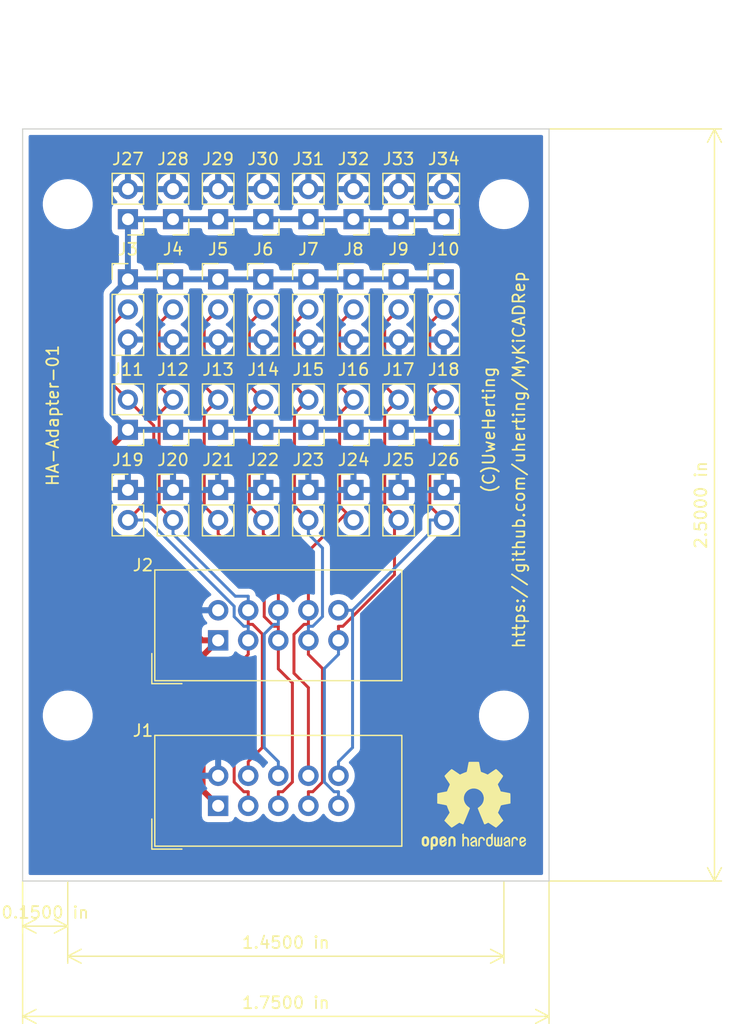
<source format=kicad_pcb>
(kicad_pcb (version 20190905) (host pcbnew "5.99.0-unknown-58d4a8b~100~ubuntu18.04.1")
  (title_block (title "HA-Adapter-01") (date "2019-10-10") (rev "0.99"))
  (layers (0 "F.Cu" signal) (31 "B.Cu" signal) (34 "B.Paste" user) (35 "F.Paste" user) (36 "B.SilkS" user) (37 "F.SilkS" user) (38 "B.Mask" user) (39 "F.Mask" user) (44 "Edge.Cuts" user))
  (net 0 "")
  (net 1 "/GND")
  (net 2 "/S1")
  (net 3 "/5V")
  (net 4 "/S5")
  (net 5 "/S6")
  (net 6 "/S2")
  (net 7 "/S7")
  (net 8 "/S3")
  (net 9 "/S8")
  (net 10 "/S4")
  (module "UH_HA:PCB_Name" (layer "F.Cu") (at 82.55 77.47 90)
    (fp_text reference "T1")
    (fp_text value "HA-Adapter-01" (at 12.639999 0 90 unlocked) (layer "F.SilkS"))
  )
  (module "UH_Symbol:OSHW-Logo2_9.8x8mm_SilkScreen" (layer "F.Cu") (at 118.11 97.79)
    (fp_text reference "LOGO1" hide)
    (fp_text value "Logo_Open_Hardware_Small" hide)
  )
  (module "UH_HA:GithubLink_UH" (layer "F.Cu") (at 121.92 90.17 90)
    (fp_text reference "T3")
    (fp_text value "https://github.com/uherting/MyKiCADRep" (at 21.59 0 90 unlocked) (layer "F.SilkS"))
  )
  (module "UH_HA:Copyright-Uwe_Herting" (layer "F.Cu") (at 119.38 78.74 90)
    (fp_text reference "T2")
    (fp_text value "(C)UweHerting" (at 12.7 0 90 unlocked) (layer "F.SilkS"))
  )
  (module "Connector_PinHeader_2.54mm:PinHeader_1x02_P2.54mm_Vertical" (layer "F.Cu") (at 88.9 66.04 180)
    (fp_text reference "J11" (at 0 5.08) (layer "F.SilkS"))
    (fp_text value "VCC_SIG")
    (pad "2" thru_hole oval (at 0 2.54 180) (size 1.7 1.7) (drill 1) (layers *.Cu *.Mask) (net 2 "/S1"))
    (pad "1" thru_hole rect (at 0 0 180) (size 1.7 1.7) (drill 1) (layers *.Cu *.Mask) (net 3 "/5V"))
  )
  (module "MountingHole:MountingHole_3.2mm_M3_ISO7380" (layer "F.Cu") (at 120.65 90.17)
    (fp_text reference "H4" hide)
    (fp_text value "MountingHole")
    (pad "1" np_thru_hole circle (at 0 0) (size 3.2 3.2) (drill 3.2) (layers *.Cu *.Mask))
  )
  (module "MountingHole:MountingHole_3.2mm_M3_ISO7380" (layer "F.Cu") (at 120.65 46.99)
    (fp_text reference "H3" hide)
    (fp_text value "MountingHole")
    (pad "1" np_thru_hole circle (at 0 0) (size 3.2 3.2) (drill 3.2) (layers *.Cu *.Mask))
  )
  (module "MountingHole:MountingHole_3.2mm_M3_ISO7380" (layer "F.Cu") (at 83.82 90.17)
    (fp_text reference "H2" hide)
    (fp_text value "MountingHole")
    (pad "1" np_thru_hole circle (at 0 0) (size 3.2 3.2) (drill 3.2) (layers *.Cu *.Mask))
  )
  (module "MountingHole:MountingHole_3.2mm_M3_ISO7380" (layer "F.Cu") (at 83.82 46.99)
    (fp_text reference "H1" hide)
    (fp_text value "MountingHole")
    (pad "1" np_thru_hole circle (at 0 0) (size 3.2 3.2) (drill 3.2) (layers *.Cu *.Mask))
  )
  (module "Connector_IDC:IDC-Header_2x05_P2.54mm_Vertical" (layer "F.Cu") (at 96.52 83.82 90)
    (fp_text reference "J2" (at 6.35 -6.35) (layer "F.SilkS"))
    (fp_text value "PWR_SIGs")
    (pad "10" thru_hole oval (at 2.54 10.16 90) (size 1.7272 1.7272) (drill 1.016) (layers *.Cu *.Mask) (net 9 "/S8"))
    (pad "9" thru_hole oval (at 0 10.16 90) (size 1.7272 1.7272) (drill 1.016) (layers *.Cu *.Mask) (net 7 "/S7"))
    (pad "8" thru_hole oval (at 2.54 7.62 90) (size 1.7272 1.7272) (drill 1.016) (layers *.Cu *.Mask) (net 5 "/S6"))
    (pad "7" thru_hole oval (at 0 7.62 90) (size 1.7272 1.7272) (drill 1.016) (layers *.Cu *.Mask) (net 4 "/S5"))
    (pad "6" thru_hole oval (at 2.54 5.08 90) (size 1.7272 1.7272) (drill 1.016) (layers *.Cu *.Mask) (net 10 "/S4"))
    (pad "5" thru_hole oval (at 0 5.08 90) (size 1.7272 1.7272) (drill 1.016) (layers *.Cu *.Mask) (net 8 "/S3"))
    (pad "4" thru_hole oval (at 2.54 2.54 90) (size 1.7272 1.7272) (drill 1.016) (layers *.Cu *.Mask) (net 6 "/S2"))
    (pad "3" thru_hole oval (at 0 2.54 90) (size 1.7272 1.7272) (drill 1.016) (layers *.Cu *.Mask) (net 2 "/S1"))
    (pad "2" thru_hole oval (at 2.54 0 90) (size 1.7272 1.7272) (drill 1.016) (layers *.Cu *.Mask) (net 1 "/GND"))
    (pad "1" thru_hole rect (at 0 0 90) (size 1.7272 1.7272) (drill 1.016) (layers *.Cu *.Mask) (net 3 "/5V"))
  )
  (module "Connector_PinHeader_2.54mm:PinHeader_1x02_P2.54mm_Vertical" (layer "F.Cu") (at 115.57 48.26 180)
    (fp_text reference "J34" (at 0 5.08) (layer "F.SilkS"))
    (fp_text value "PWR" hide)
    (pad "2" thru_hole oval (at 0 2.54 180) (size 1.7 1.7) (drill 1) (layers *.Cu *.Mask) (net 1 "/GND"))
    (pad "1" thru_hole rect (at 0 0 180) (size 1.7 1.7) (drill 1) (layers *.Cu *.Mask) (net 3 "/5V"))
  )
  (module "Connector_PinHeader_2.54mm:PinHeader_1x02_P2.54mm_Vertical" (layer "F.Cu") (at 111.76 48.26 180)
    (fp_text reference "J33" (at 0 5.08) (layer "F.SilkS"))
    (fp_text value "PWR" hide)
    (pad "2" thru_hole oval (at 0 2.54 180) (size 1.7 1.7) (drill 1) (layers *.Cu *.Mask) (net 1 "/GND"))
    (pad "1" thru_hole rect (at 0 0 180) (size 1.7 1.7) (drill 1) (layers *.Cu *.Mask) (net 3 "/5V"))
  )
  (module "Connector_PinHeader_2.54mm:PinHeader_1x02_P2.54mm_Vertical" (layer "F.Cu") (at 107.95 48.26 180)
    (fp_text reference "J32" (at 0 5.08) (layer "F.SilkS"))
    (fp_text value "PWR" hide)
    (pad "2" thru_hole oval (at 0 2.54 180) (size 1.7 1.7) (drill 1) (layers *.Cu *.Mask) (net 1 "/GND"))
    (pad "1" thru_hole rect (at 0 0 180) (size 1.7 1.7) (drill 1) (layers *.Cu *.Mask) (net 3 "/5V"))
  )
  (module "Connector_PinHeader_2.54mm:PinHeader_1x02_P2.54mm_Vertical" (layer "F.Cu") (at 104.14 48.26 180)
    (fp_text reference "J31" (at 0 5.08) (layer "F.SilkS"))
    (fp_text value "PWR" hide)
    (pad "2" thru_hole oval (at 0 2.54 180) (size 1.7 1.7) (drill 1) (layers *.Cu *.Mask) (net 1 "/GND"))
    (pad "1" thru_hole rect (at 0 0 180) (size 1.7 1.7) (drill 1) (layers *.Cu *.Mask) (net 3 "/5V"))
  )
  (module "Connector_PinHeader_2.54mm:PinHeader_1x02_P2.54mm_Vertical" (layer "F.Cu") (at 100.33 48.26 180)
    (fp_text reference "J30" (at 0 5.08) (layer "F.SilkS"))
    (fp_text value "PWR" hide)
    (pad "2" thru_hole oval (at 0 2.54 180) (size 1.7 1.7) (drill 1) (layers *.Cu *.Mask) (net 1 "/GND"))
    (pad "1" thru_hole rect (at 0 0 180) (size 1.7 1.7) (drill 1) (layers *.Cu *.Mask) (net 3 "/5V"))
  )
  (module "Connector_PinHeader_2.54mm:PinHeader_1x02_P2.54mm_Vertical" (layer "F.Cu") (at 96.52 48.26 180)
    (fp_text reference "J29" (at 0 5.08) (layer "F.SilkS"))
    (fp_text value "PWR" hide)
    (pad "2" thru_hole oval (at 0 2.54 180) (size 1.7 1.7) (drill 1) (layers *.Cu *.Mask) (net 1 "/GND"))
    (pad "1" thru_hole rect (at 0 0 180) (size 1.7 1.7) (drill 1) (layers *.Cu *.Mask) (net 3 "/5V"))
  )
  (module "Connector_PinHeader_2.54mm:PinHeader_1x02_P2.54mm_Vertical" (layer "F.Cu") (at 92.71 48.26 180)
    (fp_text reference "J28" (at 0 5.08) (layer "F.SilkS"))
    (fp_text value "PWR" hide)
    (pad "2" thru_hole oval (at 0 2.54 180) (size 1.7 1.7) (drill 1) (layers *.Cu *.Mask) (net 1 "/GND"))
    (pad "1" thru_hole rect (at 0 0 180) (size 1.7 1.7) (drill 1) (layers *.Cu *.Mask) (net 3 "/5V"))
  )
  (module "Connector_PinHeader_2.54mm:PinHeader_1x02_P2.54mm_Vertical" (layer "F.Cu") (at 88.9 48.26 180)
    (fp_text reference "J27" (at 0 5.08) (layer "F.SilkS"))
    (fp_text value "PWR")
    (pad "2" thru_hole oval (at 0 2.54 180) (size 1.7 1.7) (drill 1) (layers *.Cu *.Mask) (net 1 "/GND"))
    (pad "1" thru_hole rect (at 0 0 180) (size 1.7 1.7) (drill 1) (layers *.Cu *.Mask) (net 3 "/5V"))
  )
  (module "Connector_PinHeader_2.54mm:PinHeader_1x02_P2.54mm_Vertical" (layer "F.Cu") (at 115.57 71.12)
    (fp_text reference "J26" (at 0 -2.54) (layer "F.SilkS"))
    (fp_text value "GND_SIG" hide)
    (pad "2" thru_hole oval (at 0 2.54) (size 1.7 1.7) (drill 1) (layers *.Cu *.Mask) (net 9 "/S8"))
    (pad "1" thru_hole rect (at 0 0) (size 1.7 1.7) (drill 1) (layers *.Cu *.Mask) (net 1 "/GND"))
  )
  (module "Connector_PinHeader_2.54mm:PinHeader_1x02_P2.54mm_Vertical" (layer "F.Cu") (at 111.76 71.12)
    (fp_text reference "J25" (at 0 -2.54) (layer "F.SilkS"))
    (fp_text value "GND_SIG" hide)
    (pad "2" thru_hole oval (at 0 2.54) (size 1.7 1.7) (drill 1) (layers *.Cu *.Mask) (net 7 "/S7"))
    (pad "1" thru_hole rect (at 0 0) (size 1.7 1.7) (drill 1) (layers *.Cu *.Mask) (net 1 "/GND"))
  )
  (module "Connector_PinHeader_2.54mm:PinHeader_1x02_P2.54mm_Vertical" (layer "F.Cu") (at 107.95 71.12)
    (fp_text reference "J24" (at 0 -2.54) (layer "F.SilkS"))
    (fp_text value "GND_SIG" hide)
    (pad "2" thru_hole oval (at 0 2.54) (size 1.7 1.7) (drill 1) (layers *.Cu *.Mask) (net 5 "/S6"))
    (pad "1" thru_hole rect (at 0 0) (size 1.7 1.7) (drill 1) (layers *.Cu *.Mask) (net 1 "/GND"))
  )
  (module "Connector_PinHeader_2.54mm:PinHeader_1x02_P2.54mm_Vertical" (layer "F.Cu") (at 104.14 71.12)
    (fp_text reference "J23" (at 0 -2.54) (layer "F.SilkS"))
    (fp_text value "GND_SIG" hide)
    (pad "2" thru_hole oval (at 0 2.54) (size 1.7 1.7) (drill 1) (layers *.Cu *.Mask) (net 4 "/S5"))
    (pad "1" thru_hole rect (at 0 0) (size 1.7 1.7) (drill 1) (layers *.Cu *.Mask) (net 1 "/GND"))
  )
  (module "Connector_PinHeader_2.54mm:PinHeader_1x02_P2.54mm_Vertical" (layer "F.Cu") (at 100.33 71.12)
    (fp_text reference "J22" (at 0 -2.54) (layer "F.SilkS"))
    (fp_text value "GND_SIG" hide)
    (pad "2" thru_hole oval (at 0 2.54) (size 1.7 1.7) (drill 1) (layers *.Cu *.Mask) (net 10 "/S4"))
    (pad "1" thru_hole rect (at 0 0) (size 1.7 1.7) (drill 1) (layers *.Cu *.Mask) (net 1 "/GND"))
  )
  (module "Connector_PinHeader_2.54mm:PinHeader_1x02_P2.54mm_Vertical" (layer "F.Cu") (at 96.52 71.12)
    (fp_text reference "J21" (at 0 -2.54) (layer "F.SilkS"))
    (fp_text value "GND_SIG" hide)
    (pad "2" thru_hole oval (at 0 2.54) (size 1.7 1.7) (drill 1) (layers *.Cu *.Mask) (net 8 "/S3"))
    (pad "1" thru_hole rect (at 0 0) (size 1.7 1.7) (drill 1) (layers *.Cu *.Mask) (net 1 "/GND"))
  )
  (module "Connector_PinHeader_2.54mm:PinHeader_1x02_P2.54mm_Vertical" (layer "F.Cu") (at 92.71 71.12)
    (fp_text reference "J20" (at 0 -2.54) (layer "F.SilkS"))
    (fp_text value "GND_SIG" hide)
    (pad "2" thru_hole oval (at 0 2.54) (size 1.7 1.7) (drill 1) (layers *.Cu *.Mask) (net 6 "/S2"))
    (pad "1" thru_hole rect (at 0 0) (size 1.7 1.7) (drill 1) (layers *.Cu *.Mask) (net 1 "/GND"))
  )
  (module "Connector_PinHeader_2.54mm:PinHeader_1x02_P2.54mm_Vertical" (layer "F.Cu") (at 88.9 71.12)
    (fp_text reference "J19" (at 0 -2.54) (layer "F.SilkS"))
    (fp_text value "GND_SIG")
    (pad "2" thru_hole oval (at 0 2.54) (size 1.7 1.7) (drill 1) (layers *.Cu *.Mask) (net 2 "/S1"))
    (pad "1" thru_hole rect (at 0 0) (size 1.7 1.7) (drill 1) (layers *.Cu *.Mask) (net 1 "/GND"))
  )
  (module "Connector_PinHeader_2.54mm:PinHeader_1x02_P2.54mm_Vertical" (layer "F.Cu") (at 115.57 66.04 180)
    (fp_text reference "J18" (at 0 5.08) (layer "F.SilkS"))
    (fp_text value "VCC_SIG" hide)
    (pad "2" thru_hole oval (at 0 2.54 180) (size 1.7 1.7) (drill 1) (layers *.Cu *.Mask) (net 9 "/S8"))
    (pad "1" thru_hole rect (at 0 0 180) (size 1.7 1.7) (drill 1) (layers *.Cu *.Mask) (net 3 "/5V"))
  )
  (module "Connector_PinHeader_2.54mm:PinHeader_1x02_P2.54mm_Vertical" (layer "F.Cu") (at 111.76 66.04 180)
    (fp_text reference "J17" (at 0 5.08) (layer "F.SilkS"))
    (fp_text value "VCC_SIG" hide)
    (pad "2" thru_hole oval (at 0 2.54 180) (size 1.7 1.7) (drill 1) (layers *.Cu *.Mask) (net 7 "/S7"))
    (pad "1" thru_hole rect (at 0 0 180) (size 1.7 1.7) (drill 1) (layers *.Cu *.Mask) (net 3 "/5V"))
  )
  (module "Connector_PinHeader_2.54mm:PinHeader_1x02_P2.54mm_Vertical" (layer "F.Cu") (at 107.95 66.04 180)
    (fp_text reference "J16" (at 0 5.08) (layer "F.SilkS"))
    (fp_text value "VCC_SIG" hide)
    (pad "2" thru_hole oval (at 0 2.54 180) (size 1.7 1.7) (drill 1) (layers *.Cu *.Mask) (net 5 "/S6"))
    (pad "1" thru_hole rect (at 0 0 180) (size 1.7 1.7) (drill 1) (layers *.Cu *.Mask) (net 3 "/5V"))
  )
  (module "Connector_PinHeader_2.54mm:PinHeader_1x02_P2.54mm_Vertical" (layer "F.Cu") (at 104.14 66.04 180)
    (fp_text reference "J15" (at 0 5.08) (layer "F.SilkS"))
    (fp_text value "VCC_SIG" hide)
    (pad "2" thru_hole oval (at 0 2.54 180) (size 1.7 1.7) (drill 1) (layers *.Cu *.Mask) (net 4 "/S5"))
    (pad "1" thru_hole rect (at 0 0 180) (size 1.7 1.7) (drill 1) (layers *.Cu *.Mask) (net 3 "/5V"))
  )
  (module "Connector_PinHeader_2.54mm:PinHeader_1x02_P2.54mm_Vertical" (layer "F.Cu") (at 100.33 66.04 180)
    (fp_text reference "J14" (at 0 5.08) (layer "F.SilkS"))
    (fp_text value "VCC_SIG" hide)
    (pad "2" thru_hole oval (at 0 2.54 180) (size 1.7 1.7) (drill 1) (layers *.Cu *.Mask) (net 10 "/S4"))
    (pad "1" thru_hole rect (at 0 0 180) (size 1.7 1.7) (drill 1) (layers *.Cu *.Mask) (net 3 "/5V"))
  )
  (module "Connector_PinHeader_2.54mm:PinHeader_1x02_P2.54mm_Vertical" (layer "F.Cu") (at 96.52 66.04 180)
    (fp_text reference "J13" (at 0 5.08) (layer "F.SilkS"))
    (fp_text value "VCC_SIG" hide)
    (pad "2" thru_hole oval (at 0 2.54 180) (size 1.7 1.7) (drill 1) (layers *.Cu *.Mask) (net 8 "/S3"))
    (pad "1" thru_hole rect (at 0 0 180) (size 1.7 1.7) (drill 1) (layers *.Cu *.Mask) (net 3 "/5V"))
  )
  (module "Connector_PinHeader_2.54mm:PinHeader_1x02_P2.54mm_Vertical" (layer "F.Cu") (at 92.71 66.04 180)
    (fp_text reference "J12" (at 0 5.08) (layer "F.SilkS"))
    (fp_text value "VCC_SIG" hide)
    (pad "2" thru_hole oval (at 0 2.54 180) (size 1.7 1.7) (drill 1) (layers *.Cu *.Mask) (net 6 "/S2"))
    (pad "1" thru_hole rect (at 0 0 180) (size 1.7 1.7) (drill 1) (layers *.Cu *.Mask) (net 3 "/5V"))
  )
  (module "Connector_IDC:IDC-Header_2x05_P2.54mm_Vertical" (layer "F.Cu") (at 96.52 97.79 90)
    (fp_text reference "J1" (at 6.35 -6.35) (layer "F.SilkS"))
    (fp_text value "PWR_SIGs")
    (pad "10" thru_hole oval (at 2.54 10.16 90) (size 1.7272 1.7272) (drill 1.016) (layers *.Cu *.Mask) (net 9 "/S8"))
    (pad "9" thru_hole oval (at 0 10.16 90) (size 1.7272 1.7272) (drill 1.016) (layers *.Cu *.Mask) (net 7 "/S7"))
    (pad "8" thru_hole oval (at 2.54 7.62 90) (size 1.7272 1.7272) (drill 1.016) (layers *.Cu *.Mask) (net 5 "/S6"))
    (pad "7" thru_hole oval (at 0 7.62 90) (size 1.7272 1.7272) (drill 1.016) (layers *.Cu *.Mask) (net 4 "/S5"))
    (pad "6" thru_hole oval (at 2.54 5.08 90) (size 1.7272 1.7272) (drill 1.016) (layers *.Cu *.Mask) (net 10 "/S4"))
    (pad "5" thru_hole oval (at 0 5.08 90) (size 1.7272 1.7272) (drill 1.016) (layers *.Cu *.Mask) (net 8 "/S3"))
    (pad "4" thru_hole oval (at 2.54 2.54 90) (size 1.7272 1.7272) (drill 1.016) (layers *.Cu *.Mask) (net 6 "/S2"))
    (pad "3" thru_hole oval (at 0 2.54 90) (size 1.7272 1.7272) (drill 1.016) (layers *.Cu *.Mask) (net 2 "/S1"))
    (pad "2" thru_hole oval (at 2.54 0 90) (size 1.7272 1.7272) (drill 1.016) (layers *.Cu *.Mask) (net 1 "/GND"))
    (pad "1" thru_hole rect (at 0 0 90) (size 1.7272 1.7272) (drill 1.016) (layers *.Cu *.Mask) (net 3 "/5V"))
  )
  (module "Connector_PinHeader_2.54mm:PinHeader_1x03_P2.54mm_Vertical" (layer "F.Cu") (at 100.33 53.34)
    (fp_text reference "J6" (at 0 -2.54) (layer "F.SilkS"))
    (fp_text value "P_SIG" hide)
    (pad "3" thru_hole oval (at 0 5.08) (size 1.7 1.7) (drill 1) (layers *.Cu *.Mask) (net 1 "/GND"))
    (pad "2" thru_hole oval (at 0 2.54) (size 1.7 1.7) (drill 1) (layers *.Cu *.Mask) (net 10 "/S4"))
    (pad "1" thru_hole rect (at 0 0) (size 1.7 1.7) (drill 1) (layers *.Cu *.Mask) (net 3 "/5V"))
  )
  (module "Connector_PinHeader_2.54mm:PinHeader_1x03_P2.54mm_Vertical" (layer "F.Cu") (at 115.57 53.34)
    (fp_text reference "J10" (at 0 -2.54) (layer "F.SilkS"))
    (fp_text value "P_SIG" hide)
    (pad "3" thru_hole oval (at 0 5.08) (size 1.7 1.7) (drill 1) (layers *.Cu *.Mask) (net 1 "/GND"))
    (pad "2" thru_hole oval (at 0 2.54) (size 1.7 1.7) (drill 1) (layers *.Cu *.Mask) (net 9 "/S8"))
    (pad "1" thru_hole rect (at 0 0) (size 1.7 1.7) (drill 1) (layers *.Cu *.Mask) (net 3 "/5V"))
  )
  (module "Connector_PinHeader_2.54mm:PinHeader_1x03_P2.54mm_Vertical" (layer "F.Cu") (at 111.76 53.34)
    (fp_text reference "J9" (at 0 -2.54) (layer "F.SilkS"))
    (fp_text value "P_SIG" hide)
    (pad "3" thru_hole oval (at 0 5.08) (size 1.7 1.7) (drill 1) (layers *.Cu *.Mask) (net 1 "/GND"))
    (pad "2" thru_hole oval (at 0 2.54) (size 1.7 1.7) (drill 1) (layers *.Cu *.Mask) (net 7 "/S7"))
    (pad "1" thru_hole rect (at 0 0) (size 1.7 1.7) (drill 1) (layers *.Cu *.Mask) (net 3 "/5V"))
  )
  (module "Connector_PinHeader_2.54mm:PinHeader_1x03_P2.54mm_Vertical" (layer "F.Cu") (at 96.52 53.34)
    (fp_text reference "J5" (at 0 -2.54) (layer "F.SilkS"))
    (fp_text value "P_SIG" hide)
    (pad "3" thru_hole oval (at 0 5.08) (size 1.7 1.7) (drill 1) (layers *.Cu *.Mask) (net 1 "/GND"))
    (pad "2" thru_hole oval (at 0 2.54) (size 1.7 1.7) (drill 1) (layers *.Cu *.Mask) (net 8 "/S3"))
    (pad "1" thru_hole rect (at 0 0) (size 1.7 1.7) (drill 1) (layers *.Cu *.Mask) (net 3 "/5V"))
  )
  (module "Connector_PinHeader_2.54mm:PinHeader_1x03_P2.54mm_Vertical" (layer "F.Cu") (at 92.71 53.34)
    (fp_text reference "J4" (at 0 -2.54) (layer "F.SilkS"))
    (fp_text value "P_SIG" hide)
    (pad "3" thru_hole oval (at 0 5.08) (size 1.7 1.7) (drill 1) (layers *.Cu *.Mask) (net 1 "/GND"))
    (pad "2" thru_hole oval (at 0 2.54) (size 1.7 1.7) (drill 1) (layers *.Cu *.Mask) (net 6 "/S2"))
    (pad "1" thru_hole rect (at 0 0) (size 1.7 1.7) (drill 1) (layers *.Cu *.Mask) (net 3 "/5V"))
  )
  (module "Connector_PinHeader_2.54mm:PinHeader_1x03_P2.54mm_Vertical" (layer "F.Cu") (at 107.95 53.34)
    (fp_text reference "J8" (at 0 -2.54) (layer "F.SilkS"))
    (fp_text value "P_SIG" hide)
    (pad "3" thru_hole oval (at 0 5.08) (size 1.7 1.7) (drill 1) (layers *.Cu *.Mask) (net 1 "/GND"))
    (pad "2" thru_hole oval (at 0 2.54) (size 1.7 1.7) (drill 1) (layers *.Cu *.Mask) (net 5 "/S6"))
    (pad "1" thru_hole rect (at 0 0) (size 1.7 1.7) (drill 1) (layers *.Cu *.Mask) (net 3 "/5V"))
  )
  (module "Connector_PinHeader_2.54mm:PinHeader_1x03_P2.54mm_Vertical" (layer "F.Cu") (at 104.14 53.34)
    (fp_text reference "J7" (at 0 -2.54) (layer "F.SilkS"))
    (fp_text value "P_SIG" hide)
    (pad "3" thru_hole oval (at 0 5.08) (size 1.7 1.7) (drill 1) (layers *.Cu *.Mask) (net 1 "/GND"))
    (pad "2" thru_hole oval (at 0 2.54) (size 1.7 1.7) (drill 1) (layers *.Cu *.Mask) (net 4 "/S5"))
    (pad "1" thru_hole rect (at 0 0) (size 1.7 1.7) (drill 1) (layers *.Cu *.Mask) (net 3 "/5V"))
  )
  (module "Connector_PinHeader_2.54mm:PinHeader_1x03_P2.54mm_Vertical" (layer "F.Cu") (at 88.9 53.34)
    (fp_text reference "J3" (at 0 -2.54) (layer "F.SilkS"))
    (fp_text value "P_SIG")
    (pad "3" thru_hole oval (at 0 5.08) (size 1.7 1.7) (drill 1) (layers *.Cu *.Mask) (net 1 "/GND"))
    (pad "2" thru_hole oval (at 0 2.54) (size 1.7 1.7) (drill 1) (layers *.Cu *.Mask) (net 2 "/S1"))
    (pad "1" thru_hole rect (at 0 0) (size 1.7 1.7) (drill 1) (layers *.Cu *.Mask) (net 3 "/5V"))
  )
  (dimension 3.81 (width 0.12) (layer "F.SilkS") (gr_text "3.810 mm" (at 81.915 109.22) (layer "F.SilkS") (effects (font (size 1 1) (thickness 0.15)))) (feature1 (pts (xy 80.01 104.14) (xy 80.01 108.536421))) (feature2 (pts (xy 83.82 104.14) (xy 83.82 108.536421))) (crossbar (pts (xy 83.82 107.95) (xy 80.01 107.95))) (arrow1a (pts (xy 80.01 107.95) (xy 81.136504 107.363579))) (arrow1b (pts (xy 80.01 107.95) (xy 81.136504 108.536421))) (arrow2a (pts (xy 83.82 107.95) (xy 82.693496 107.363579))) (arrow2b (pts (xy 83.82 107.95) (xy 82.693496 108.536421))))
  (dimension 44.45 (width 0.12) (layer "F.SilkS") (gr_text "44.450 mm" (at 102.235 116.84) (layer "F.SilkS") (effects (font (size 1 1) (thickness 0.15)))) (feature1 (pts (xy 124.46 104.14) (xy 124.46 116.156421))) (feature2 (pts (xy 80.01 104.14) (xy 80.01 116.156421))) (crossbar (pts (xy 80.01 115.57) (xy 124.46 115.57))) (arrow1a (pts (xy 124.46 115.57) (xy 123.333496 116.156421))) (arrow1b (pts (xy 124.46 115.57) (xy 123.333496 114.983579))) (arrow2a (pts (xy 80.01 115.57) (xy 81.136504 116.156421))) (arrow2b (pts (xy 80.01 115.57) (xy 81.136504 114.983579))))
  (dimension 63.5 (width 0.12) (layer "F.SilkS") (gr_text "63.500 mm" (at 139.7 72.39 90) (layer "F.SilkS") (effects (font (size 1 1) (thickness 0.15)))) (feature1 (pts (xy 124.46 40.64) (xy 139.016421 40.64))) (feature2 (pts (xy 124.46 104.14) (xy 139.016421 104.14))) (crossbar (pts (xy 138.43 104.14) (xy 138.43 40.64))) (arrow1a (pts (xy 138.43 40.64) (xy 139.016421 41.766504))) (arrow1b (pts (xy 138.43 40.64) (xy 137.843579 41.766504))) (arrow2a (pts (xy 138.43 104.14) (xy 139.016421 103.013496))) (arrow2b (pts (xy 138.43 104.14) (xy 137.843579 103.013496))))
  (dimension 36.83 (width 0.12) (layer "F.SilkS") (gr_text "36.830 mm" (at 102.235 111.76) (layer "F.SilkS") (effects (font (size 1 1) (thickness 0.15)))) (feature1 (pts (xy 120.65 104.14) (xy 120.65 111.076421))) (feature2 (pts (xy 83.82 104.14) (xy 83.82 111.076421))) (crossbar (pts (xy 83.82 110.49) (xy 120.65 110.49))) (arrow1a (pts (xy 120.65 110.49) (xy 119.523496 111.076421))) (arrow1b (pts (xy 120.65 110.49) (xy 119.523496 109.903579))) (arrow2a (pts (xy 83.82 110.49) (xy 84.946504 111.076421))) (arrow2b (pts (xy 83.82 110.49) (xy 84.946504 109.903579))))
  (gr_line (start 80.01 104.14) (end 80.01 40.64) (layer "Edge.Cuts") (width 0.1))
  (gr_line (start 124.46 104.14) (end 80.01 104.14) (layer "Edge.Cuts") (width 0.1))
  (gr_line (start 124.46 40.64) (end 124.46 104.14) (layer "Edge.Cuts") (width 0.1))
  (gr_line (start 80.01 40.64) (end 124.46 40.64) (layer "Edge.Cuts") (width 0.1))
  (segment (start 99.155 62.325) (end 100.33 63.5) (width 0.25) (layer "F.Cu") (net 10))
  (segment (start 99.155 57.055) (end 99.155 62.325) (width 0.25) (layer "F.Cu") (net 10))
  (segment (start 100.33 55.88) (end 99.155 57.055) (width 0.25) (layer "F.Cu") (net 10))
  (segment (start 99.155 72.485) (end 100.33 73.66) (width 0.25) (layer "F.Cu") (net 10))
  (segment (start 99.155 64.675) (end 99.155 72.485) (width 0.25) (layer "F.Cu") (net 10))
  (segment (start 100.33 63.5) (end 99.155 64.675) (width 0.25) (layer "F.Cu") (net 10))
  (segment (start 101.6 76.1053) (end 101.6 81.28) (width 0.25) (layer "F.Cu") (net 10))
  (segment (start 100.33 74.8353) (end 101.6 76.1053) (width 0.25) (layer "F.Cu") (net 10))
  (segment (start 100.33 73.66) (end 100.33 74.8353) (width 0.25) (layer "F.Cu") (net 10))
  (segment (start 100.4111 92.8722) (end 101.6 94.0611) (width 0.25) (layer "B.Cu") (net 10))
  (segment (start 100.4111 83.2863) (end 100.4111 92.8722) (width 0.25) (layer "B.Cu") (net 10))
  (segment (start 101.2285 82.4689) (end 100.4111 83.2863) (width 0.25) (layer "B.Cu") (net 10))
  (segment (start 101.6 82.4689) (end 101.2285 82.4689) (width 0.25) (layer "B.Cu") (net 10))
  (segment (start 101.6 81.28) (end 101.6 82.4689) (width 0.25) (layer "B.Cu") (net 10))
  (segment (start 101.6 95.25) (end 101.6 94.0611) (width 0.25) (layer "B.Cu") (net 10))
  (segment (start 114.395 72.485) (end 115.57 73.66) (width 0.25) (layer "F.Cu") (net 9))
  (segment (start 114.395 64.675) (end 114.395 72.485) (width 0.25) (layer "F.Cu") (net 9))
  (segment (start 115.57 63.5) (end 114.395 64.675) (width 0.25) (layer "F.Cu") (net 9))
  (segment (start 114.395 62.325) (end 115.57 63.5) (width 0.25) (layer "F.Cu") (net 9))
  (segment (start 114.395 57.055) (end 114.395 62.325) (width 0.25) (layer "F.Cu") (net 9))
  (segment (start 115.57 55.88) (end 114.395 57.055) (width 0.25) (layer "F.Cu") (net 9))
  (segment (start 114.3947 74.7542) (end 107.8689 81.28) (width 0.25) (layer "B.Cu") (net 9))
  (segment (start 114.3947 73.66) (end 114.3947 74.7542) (width 0.25) (layer "B.Cu") (net 9))
  (segment (start 106.68 81.28) (end 107.8689 81.28) (width 0.25) (layer "B.Cu") (net 9))
  (segment (start 115.57 73.66) (end 114.3947 73.66) (width 0.25) (layer "B.Cu") (net 9))
  (segment (start 107.8689 92.8722) (end 107.8689 81.28) (width 0.25) (layer "B.Cu") (net 9))
  (segment (start 106.68 94.0611) (end 107.8689 92.8722) (width 0.25) (layer "B.Cu") (net 9))
  (segment (start 106.68 95.25) (end 106.68 94.0611) (width 0.25) (layer "B.Cu") (net 9))
  (segment (start 95.345 62.325) (end 96.52 63.5) (width 0.25) (layer "F.Cu") (net 8))
  (segment (start 95.345 57.055) (end 95.345 62.325) (width 0.25) (layer "F.Cu") (net 8))
  (segment (start 96.52 55.88) (end 95.345 57.055) (width 0.25) (layer "F.Cu") (net 8))
  (segment (start 95.345 72.485) (end 96.52 73.66) (width 0.25) (layer "F.Cu") (net 8))
  (segment (start 95.345 64.675) (end 95.345 72.485) (width 0.25) (layer "F.Cu") (net 8))
  (segment (start 96.52 63.5) (end 95.345 64.675) (width 0.25) (layer "F.Cu") (net 8))
  (segment (start 101.2284 82.6311) (end 101.6 82.6311) (width 0.25) (layer "F.Cu") (net 8))
  (segment (start 100.4111 81.8138) (end 101.2284 82.6311) (width 0.25) (layer "F.Cu") (net 8))
  (segment (start 100.4111 78.7264) (end 100.4111 81.8138) (width 0.25) (layer "F.Cu") (net 8))
  (segment (start 96.52 74.8353) (end 100.4111 78.7264) (width 0.25) (layer "F.Cu") (net 8))
  (segment (start 96.52 73.66) (end 96.52 74.8353) (width 0.25) (layer "F.Cu") (net 8))
  (segment (start 101.6 83.82) (end 101.6 82.6311) (width 0.25) (layer "F.Cu") (net 8))
  (segment (start 101.6 97.79) (end 101.6 96.6011) (width 0.25) (layer "F.Cu") (net 8))
  (segment (start 101.6 83.82) (end 101.6 85.0089) (width 0.25) (layer "F.Cu") (net 8))
  (segment (start 101.9715 96.6011) (end 101.6 96.6011) (width 0.25) (layer "F.Cu") (net 8))
  (segment (start 102.7889 95.7837) (end 101.9715 96.6011) (width 0.25) (layer "F.Cu") (net 8))
  (segment (start 102.7889 87.417) (end 102.7889 95.7837) (width 0.25) (layer "F.Cu") (net 8))
  (segment (start 101.6 86.2281) (end 102.7889 87.417) (width 0.25) (layer "F.Cu") (net 8))
  (segment (start 101.6 85.0089) (end 101.6 86.2281) (width 0.25) (layer "F.Cu") (net 8))
  (segment (start 110.585 62.325) (end 111.76 63.5) (width 0.25) (layer "F.Cu") (net 7))
  (segment (start 110.585 57.055) (end 110.585 62.325) (width 0.25) (layer "F.Cu") (net 7))
  (segment (start 111.76 55.88) (end 110.585 57.055) (width 0.25) (layer "F.Cu") (net 7))
  (segment (start 105.4911 86.1978) (end 106.68 85.0089) (width 0.25) (layer "B.Cu") (net 7))
  (segment (start 105.4911 95.7837) (end 105.4911 86.1978) (width 0.25) (layer "B.Cu") (net 7))
  (segment (start 106.3085 96.6011) (end 105.4911 95.7837) (width 0.25) (layer "B.Cu") (net 7))
  (segment (start 106.68 96.6011) (end 106.3085 96.6011) (width 0.25) (layer "B.Cu") (net 7))
  (segment (start 106.68 97.79) (end 106.68 96.6011) (width 0.25) (layer "B.Cu") (net 7))
  (segment (start 106.68 83.82) (end 106.68 85.0089) (width 0.25) (layer "B.Cu") (net 7))
  (segment (start 110.585 72.485) (end 111.41 73.31) (width 0.25) (layer "F.Cu") (net 7))
  (segment (start 110.585 64.675) (end 110.585 72.485) (width 0.25) (layer "F.Cu") (net 7))
  (segment (start 111.76 63.5) (end 110.585 64.675) (width 0.25) (layer "F.Cu") (net 7))
  (segment (start 111.41 73.31) (end 111.76 73.66) (width 0.25) (layer "F.Cu") (net 7))
  (segment (start 107.0515 82.6311) (end 106.68 82.6311) (width 0.25) (layer "F.Cu") (net 7))
  (segment (start 111.41 78.2726) (end 107.0515 82.6311) (width 0.25) (layer "F.Cu") (net 7))
  (segment (start 111.41 73.31) (end 111.41 78.2726) (width 0.25) (layer "F.Cu") (net 7))
  (segment (start 106.68 83.82) (end 106.68 82.6311) (width 0.25) (layer "F.Cu") (net 7))
  (segment (start 91.535 72.485) (end 92.71 73.66) (width 0.25) (layer "F.Cu") (net 6))
  (segment (start 91.535 64.675) (end 91.535 72.485) (width 0.25) (layer "F.Cu") (net 6))
  (segment (start 92.71 63.5) (end 91.535 64.675) (width 0.25) (layer "F.Cu") (net 6))
  (segment (start 91.535 62.325) (end 92.71 63.5) (width 0.25) (layer "F.Cu") (net 6))
  (segment (start 91.535 57.055) (end 91.535 62.325) (width 0.25) (layer "F.Cu") (net 6))
  (segment (start 92.71 55.88) (end 91.535 57.055) (width 0.25) (layer "F.Cu") (net 6))
  (segment (start 97.9658 80.0911) (end 99.06 80.0911) (width 0.25) (layer "B.Cu") (net 6))
  (segment (start 92.71 74.8353) (end 97.9658 80.0911) (width 0.25) (layer "B.Cu") (net 6))
  (segment (start 92.71 73.66) (end 92.71 74.8353) (width 0.25) (layer "B.Cu") (net 6))
  (segment (start 99.06 81.28) (end 99.06 80.0911) (width 0.25) (layer "B.Cu") (net 6))
  (segment (start 100.2489 92.8722) (end 99.06 94.0611) (width 0.25) (layer "F.Cu") (net 6))
  (segment (start 100.2489 83.2863) (end 100.2489 92.8722) (width 0.25) (layer "F.Cu") (net 6))
  (segment (start 99.4315 82.4689) (end 100.2489 83.2863) (width 0.25) (layer "F.Cu") (net 6))
  (segment (start 99.06 82.4689) (end 99.4315 82.4689) (width 0.25) (layer "F.Cu") (net 6))
  (segment (start 99.06 81.28) (end 99.06 82.4689) (width 0.25) (layer "F.Cu") (net 6))
  (segment (start 99.06 95.25) (end 99.06 94.0611) (width 0.25) (layer "F.Cu") (net 6))
  (segment (start 106.775 62.325) (end 107.95 63.5) (width 0.25) (layer "F.Cu") (net 5))
  (segment (start 106.775 57.055) (end 106.775 62.325) (width 0.25) (layer "F.Cu") (net 5))
  (segment (start 107.95 55.88) (end 106.775 57.055) (width 0.25) (layer "F.Cu") (net 5))
  (segment (start 106.775 72.485) (end 107.3625 73.0725) (width 0.25) (layer "F.Cu") (net 5))
  (segment (start 106.775 64.675) (end 106.775 72.485) (width 0.25) (layer "F.Cu") (net 5))
  (segment (start 107.95 63.5) (end 106.775 64.675) (width 0.25) (layer "F.Cu") (net 5))
  (segment (start 107.3625 73.0725) (end 107.95 73.66) (width 0.25) (layer "F.Cu") (net 5))
  (segment (start 104.14 76.295) (end 104.14 81.28) (width 0.25) (layer "F.Cu") (net 5))
  (segment (start 107.3625 73.0725) (end 104.14 76.295) (width 0.25) (layer "F.Cu") (net 5))
  (segment (start 104.14 87.813) (end 104.14 95.25) (width 0.25) (layer "F.Cu") (net 5))
  (segment (start 102.921 86.594) (end 104.14 87.813) (width 0.25) (layer "F.Cu") (net 5))
  (segment (start 102.921 83.3164) (end 102.921 86.594) (width 0.25) (layer "F.Cu") (net 5))
  (segment (start 103.7685 82.4689) (end 102.921 83.3164) (width 0.25) (layer "F.Cu") (net 5))
  (segment (start 104.14 82.4689) (end 103.7685 82.4689) (width 0.25) (layer "F.Cu") (net 5))
  (segment (start 104.14 81.28) (end 104.14 82.4689) (width 0.25) (layer "F.Cu") (net 5))
  (segment (start 102.965 62.325) (end 104.14 63.5) (width 0.25) (layer "F.Cu") (net 4))
  (segment (start 102.965 57.055) (end 102.965 62.325) (width 0.25) (layer "F.Cu") (net 4))
  (segment (start 104.14 55.88) (end 102.965 57.055) (width 0.25) (layer "F.Cu") (net 4))
  (segment (start 102.965 72.485) (end 104.14 73.66) (width 0.25) (layer "F.Cu") (net 4))
  (segment (start 102.965 64.675) (end 102.965 72.485) (width 0.25) (layer "F.Cu") (net 4))
  (segment (start 104.14 63.5) (end 102.965 64.675) (width 0.25) (layer "F.Cu") (net 4))
  (segment (start 105.3289 86.1978) (end 104.14 85.0089) (width 0.25) (layer "F.Cu") (net 4))
  (segment (start 105.3289 95.7837) (end 105.3289 86.1978) (width 0.25) (layer "F.Cu") (net 4))
  (segment (start 104.5115 96.6011) (end 105.3289 95.7837) (width 0.25) (layer "F.Cu") (net 4))
  (segment (start 104.14 96.6011) (end 104.5115 96.6011) (width 0.25) (layer "F.Cu") (net 4))
  (segment (start 104.14 97.79) (end 104.14 96.6011) (width 0.25) (layer "F.Cu") (net 4))
  (segment (start 104.14 83.82) (end 104.14 85.0089) (width 0.25) (layer "F.Cu") (net 4))
  (segment (start 104.5116 82.6311) (end 104.14 82.6311) (width 0.25) (layer "B.Cu") (net 4))
  (segment (start 105.3289 81.8138) (end 104.5116 82.6311) (width 0.25) (layer "B.Cu") (net 4))
  (segment (start 105.3289 76.0242) (end 105.3289 81.8138) (width 0.25) (layer "B.Cu") (net 4))
  (segment (start 104.14 74.8353) (end 105.3289 76.0242) (width 0.25) (layer "B.Cu") (net 4))
  (segment (start 104.14 73.66) (end 104.14 74.8353) (width 0.25) (layer "B.Cu") (net 4))
  (segment (start 104.14 83.82) (end 104.14 82.6311) (width 0.25) (layer "B.Cu") (net 4))
  (segment (start 87.6 64.74) (end 88.9 66.04) (width 0.5) (layer "B.Cu") (net 3))
  (segment (start 87.6 54.64) (end 87.6 64.74) (width 0.5) (layer "B.Cu") (net 3))
  (segment (start 88.9 53.34) (end 87.6 54.64) (width 0.5) (layer "B.Cu") (net 3))
  (segment (start 88.9 48.26) (end 88.9 53.34) (width 0.5) (layer "B.Cu") (net 3))
  (segment (start 88.9 48.26) (end 92.71 48.26) (width 0.5) (layer "B.Cu") (net 3))
  (segment (start 88.9 66.04) (end 92.71 66.04) (width 0.5) (layer "B.Cu") (net 3))
  (segment (start 92.71 66.04) (end 96.52 66.04) (width 0.5) (layer "B.Cu") (net 3))
  (segment (start 104.14 53.34) (end 107.95 53.34) (width 0.5) (layer "B.Cu") (net 3))
  (segment (start 88.9 53.34) (end 92.71 53.34) (width 0.5) (layer "B.Cu") (net 3))
  (segment (start 92.71 48.26) (end 96.52 48.26) (width 0.5) (layer "B.Cu") (net 3))
  (segment (start 96.52 48.26) (end 100.33 48.26) (width 0.5) (layer "B.Cu") (net 3))
  (segment (start 92.71 53.34) (end 96.52 53.34) (width 0.5) (layer "B.Cu") (net 3))
  (segment (start 107.95 53.34) (end 111.76 53.34) (width 0.5) (layer "B.Cu") (net 3))
  (segment (start 111.76 53.34) (end 115.57 53.34) (width 0.5) (layer "B.Cu") (net 3))
  (segment (start 96.52 66.04) (end 100.33 66.04) (width 0.5) (layer "B.Cu") (net 3))
  (segment (start 100.33 66.04) (end 104.14 66.04) (width 0.5) (layer "B.Cu") (net 3))
  (segment (start 96.52 53.34) (end 100.33 53.34) (width 0.5) (layer "B.Cu") (net 3))
  (segment (start 100.33 53.34) (end 104.14 53.34) (width 0.5) (layer "B.Cu") (net 3))
  (segment (start 100.33 48.26) (end 104.14 48.26) (width 0.5) (layer "B.Cu") (net 3))
  (segment (start 104.14 48.26) (end 107.95 48.26) (width 0.5) (layer "B.Cu") (net 3))
  (segment (start 104.14 66.04) (end 107.95 66.04) (width 0.5) (layer "B.Cu") (net 3))
  (segment (start 107.95 66.04) (end 111.76 66.04) (width 0.5) (layer "B.Cu") (net 3))
  (segment (start 111.76 66.04) (end 115.57 66.04) (width 0.5) (layer "B.Cu") (net 3))
  (segment (start 107.95 48.26) (end 111.76 48.26) (width 0.5) (layer "B.Cu") (net 3))
  (segment (start 111.76 48.26) (end 115.57 48.26) (width 0.5) (layer "B.Cu") (net 3))
  (segment (start 97.8711 86.1978) (end 99.06 85.0089) (width 0.25) (layer "F.Cu") (net 2))
  (segment (start 97.8711 95.7837) (end 97.8711 86.1978) (width 0.25) (layer "F.Cu") (net 2))
  (segment (start 98.6885 96.6011) (end 97.8711 95.7837) (width 0.25) (layer "F.Cu") (net 2))
  (segment (start 99.06 96.6011) (end 98.6885 96.6011) (width 0.25) (layer "F.Cu") (net 2))
  (segment (start 99.06 97.79) (end 99.06 96.6011) (width 0.25) (layer "F.Cu") (net 2))
  (segment (start 99.06 83.82) (end 99.06 85.0089) (width 0.25) (layer "F.Cu") (net 2))
  (segment (start 98.6884 82.6311) (end 99.06 82.6311) (width 0.25) (layer "B.Cu") (net 2))
  (segment (start 97.8711 81.8138) (end 98.6884 82.6311) (width 0.25) (layer "B.Cu") (net 2))
  (segment (start 97.8711 80.9397) (end 97.8711 81.8138) (width 0.25) (layer "B.Cu") (net 2))
  (segment (start 90.5914 73.66) (end 97.8711 80.9397) (width 0.25) (layer "B.Cu") (net 2))
  (segment (start 88.9 73.66) (end 90.5914 73.66) (width 0.25) (layer "B.Cu") (net 2))
  (segment (start 99.06 83.82) (end 99.06 82.6311) (width 0.25) (layer "B.Cu") (net 2))
  (segment (start 88.050001 62.650001) (end 88.9 63.5) (width 0.25) (layer "F.Cu") (net 2))
  (segment (start 87.724999 62.324999) (end 88.050001 62.650001) (width 0.25) (layer "F.Cu") (net 2))
  (segment (start 87.724999 57.055001) (end 87.724999 62.324999) (width 0.25) (layer "F.Cu") (net 2))
  (segment (start 88.9 55.88) (end 87.724999 57.055001) (width 0.25) (layer "F.Cu") (net 2))
  (segment (start 88.9 63.5) (end 91.08499 65.68499) (width 0.25) (layer "F.Cu") (net 2))
  (segment (start 91.08499 71.47501) (end 88.9 73.66) (width 0.25) (layer "F.Cu") (net 2))
  (segment (start 91.08499 65.68499) (end 91.08499 71.47501) (width 0.25) (layer "F.Cu") (net 2))
  (segment (start 95.206399 96.476399) (end 95.206399 85.133601) (width 0.5) (layer "F.Cu") (net 3))
  (segment (start 96.52 97.79) (end 95.206399 96.476399) (width 0.5) (layer "F.Cu") (net 3))
  (segment (start 95.206399 85.133601) (end 96.52 83.82) (width 0.5) (layer "F.Cu") (net 3))
  (segment (start 95.1564 83.82) (end 86.36 75.0236) (width 0.5) (layer "F.Cu") (net 3))
  (segment (start 96.52 83.82) (end 95.1564 83.82) (width 0.5) (layer "F.Cu") (net 3))
  (segment (start 86.36 75.0236) (end 86.36 68.58) (width 0.5) (layer "F.Cu") (net 3))
  (segment (start 86.36 68.58) (end 88.9 66.04) (width 0.5) (layer "F.Cu") (net 3))
  (zone (net 1) (net_name "/GND") (layer "B.Cu") (connect_pads (clearance 0.508)) (min_thickness 0.254) (fill yes (thermal_gap 0.508) (thermal_bridge_width 0.508))
    (polygon (pts (xy 80.01 40.64) (xy 124.46 40.64) (xy 124.46 104.14) (xy 80.01 104.14)))
  )
)
</source>
